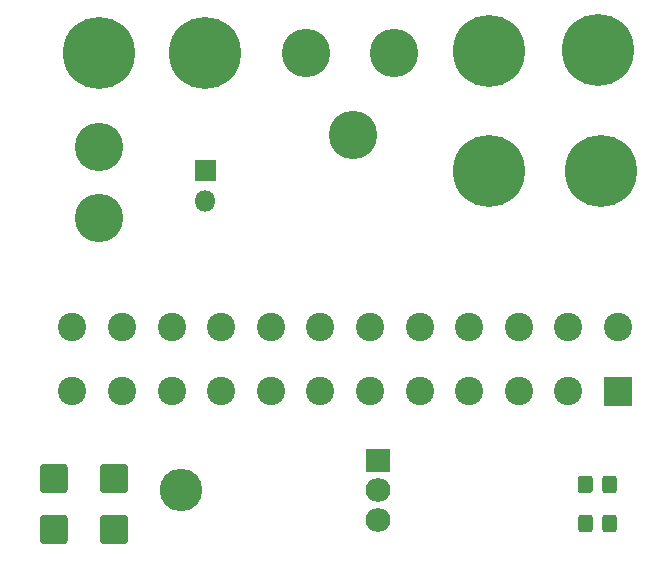
<source format=gbr>
%TF.GenerationSoftware,KiCad,Pcbnew,(5.1.12)-1*%
%TF.CreationDate,2023-10-03T16:06:22+02:00*%
%TF.ProjectId,PICO-AT,5049434f-2d41-4542-9e6b-696361645f70,rev?*%
%TF.SameCoordinates,Original*%
%TF.FileFunction,Soldermask,Bot*%
%TF.FilePolarity,Negative*%
%FSLAX46Y46*%
G04 Gerber Fmt 4.6, Leading zero omitted, Abs format (unit mm)*
G04 Created by KiCad (PCBNEW (5.1.12)-1) date 2023-10-03 16:06:22*
%MOMM*%
%LPD*%
G01*
G04 APERTURE LIST*
%ADD10O,3.600000X3.600000*%
%ADD11O,2.100000X2.005000*%
%ADD12C,2.400000*%
%ADD13O,1.800000X1.800000*%
%ADD14C,4.100000*%
%ADD15C,6.100000*%
G04 APERTURE END LIST*
D10*
%TO.C,U1*%
X134978000Y-116078000D03*
G36*
G01*
X150638000Y-112535500D02*
X152638000Y-112535500D01*
G75*
G02*
X152688000Y-112585500I0J-50000D01*
G01*
X152688000Y-114490500D01*
G75*
G02*
X152638000Y-114540500I-50000J0D01*
G01*
X150638000Y-114540500D01*
G75*
G02*
X150588000Y-114490500I0J50000D01*
G01*
X150588000Y-112585500D01*
G75*
G02*
X150638000Y-112535500I50000J0D01*
G01*
G37*
D11*
X151638000Y-116078000D03*
X151638000Y-118618000D03*
%TD*%
%TO.C,J1*%
G36*
G01*
X173108000Y-108896000D02*
X170808000Y-108896000D01*
G75*
G02*
X170758000Y-108846000I0J50000D01*
G01*
X170758000Y-106546000D01*
G75*
G02*
X170808000Y-106496000I50000J0D01*
G01*
X173108000Y-106496000D01*
G75*
G02*
X173158000Y-106546000I0J-50000D01*
G01*
X173158000Y-108846000D01*
G75*
G02*
X173108000Y-108896000I-50000J0D01*
G01*
G37*
D12*
X167758000Y-107696000D03*
X163558000Y-107696000D03*
X159358000Y-107696000D03*
X155158000Y-107696000D03*
X150958000Y-107696000D03*
X146758000Y-107696000D03*
X142558000Y-107696000D03*
X138358000Y-107696000D03*
X134158000Y-107696000D03*
X129958000Y-107696000D03*
X125758000Y-107696000D03*
X171958000Y-102196000D03*
X167758000Y-102196000D03*
X163558000Y-102196000D03*
X159358000Y-102196000D03*
X155158000Y-102196000D03*
X150958000Y-102196000D03*
X146758000Y-102196000D03*
X142558000Y-102196000D03*
X138358000Y-102196000D03*
X134158000Y-102196000D03*
X129958000Y-102196000D03*
X125758000Y-102196000D03*
%TD*%
D13*
%TO.C,+12V*%
X137000000Y-91540000D03*
G36*
G01*
X137900000Y-88150000D02*
X137900000Y-89850000D01*
G75*
G02*
X137850000Y-89900000I-50000J0D01*
G01*
X136150000Y-89900000D01*
G75*
G02*
X136100000Y-89850000I0J50000D01*
G01*
X136100000Y-88150000D01*
G75*
G02*
X136150000Y-88100000I50000J0D01*
G01*
X137850000Y-88100000D01*
G75*
G02*
X137900000Y-88150000I0J-50000D01*
G01*
G37*
%TD*%
D14*
%TO.C,GND*%
X128000000Y-93000000D03*
X128000000Y-87000000D03*
%TD*%
%TO.C,C1*%
G36*
G01*
X128111000Y-116025890D02*
X128111000Y-114098110D01*
G75*
G02*
X128372110Y-113837000I261110J0D01*
G01*
X130199890Y-113837000D01*
G75*
G02*
X130461000Y-114098110I0J-261110D01*
G01*
X130461000Y-116025890D01*
G75*
G02*
X130199890Y-116287000I-261110J0D01*
G01*
X128372110Y-116287000D01*
G75*
G02*
X128111000Y-116025890I0J261110D01*
G01*
G37*
G36*
G01*
X123011000Y-116025890D02*
X123011000Y-114098110D01*
G75*
G02*
X123272110Y-113837000I261110J0D01*
G01*
X125099890Y-113837000D01*
G75*
G02*
X125361000Y-114098110I0J-261110D01*
G01*
X125361000Y-116025890D01*
G75*
G02*
X125099890Y-116287000I-261110J0D01*
G01*
X123272110Y-116287000D01*
G75*
G02*
X123011000Y-116025890I0J261110D01*
G01*
G37*
%TD*%
%TO.C,C2*%
G36*
G01*
X123011000Y-120343890D02*
X123011000Y-118416110D01*
G75*
G02*
X123272110Y-118155000I261110J0D01*
G01*
X125099890Y-118155000D01*
G75*
G02*
X125361000Y-118416110I0J-261110D01*
G01*
X125361000Y-120343890D01*
G75*
G02*
X125099890Y-120605000I-261110J0D01*
G01*
X123272110Y-120605000D01*
G75*
G02*
X123011000Y-120343890I0J261110D01*
G01*
G37*
G36*
G01*
X128111000Y-120343890D02*
X128111000Y-118416110D01*
G75*
G02*
X128372110Y-118155000I261110J0D01*
G01*
X130199890Y-118155000D01*
G75*
G02*
X130461000Y-118416110I0J-261110D01*
G01*
X130461000Y-120343890D01*
G75*
G02*
X130199890Y-120605000I-261110J0D01*
G01*
X128372110Y-120605000D01*
G75*
G02*
X128111000Y-120343890I0J261110D01*
G01*
G37*
%TD*%
%TO.C,D4*%
G36*
G01*
X169818000Y-118393738D02*
X169818000Y-119350262D01*
G75*
G02*
X169546262Y-119622000I-271738J0D01*
G01*
X168839738Y-119622000D01*
G75*
G02*
X168568000Y-119350262I0J271738D01*
G01*
X168568000Y-118393738D01*
G75*
G02*
X168839738Y-118122000I271738J0D01*
G01*
X169546262Y-118122000D01*
G75*
G02*
X169818000Y-118393738I0J-271738D01*
G01*
G37*
G36*
G01*
X171868000Y-118393738D02*
X171868000Y-119350262D01*
G75*
G02*
X171596262Y-119622000I-271738J0D01*
G01*
X170889738Y-119622000D01*
G75*
G02*
X170618000Y-119350262I0J271738D01*
G01*
X170618000Y-118393738D01*
G75*
G02*
X170889738Y-118122000I271738J0D01*
G01*
X171596262Y-118122000D01*
G75*
G02*
X171868000Y-118393738I0J-271738D01*
G01*
G37*
%TD*%
%TO.C,R4*%
G36*
G01*
X169809000Y-115091738D02*
X169809000Y-116048262D01*
G75*
G02*
X169537262Y-116320000I-271738J0D01*
G01*
X168830738Y-116320000D01*
G75*
G02*
X168559000Y-116048262I0J271738D01*
G01*
X168559000Y-115091738D01*
G75*
G02*
X168830738Y-114820000I271738J0D01*
G01*
X169537262Y-114820000D01*
G75*
G02*
X169809000Y-115091738I0J-271738D01*
G01*
G37*
G36*
G01*
X171859000Y-115091738D02*
X171859000Y-116048262D01*
G75*
G02*
X171587262Y-116320000I-271738J0D01*
G01*
X170880738Y-116320000D01*
G75*
G02*
X170609000Y-116048262I0J271738D01*
G01*
X170609000Y-115091738D01*
G75*
G02*
X170880738Y-114820000I271738J0D01*
G01*
X171587262Y-114820000D01*
G75*
G02*
X171859000Y-115091738I0J-271738D01*
G01*
G37*
%TD*%
D15*
%TO.C,+3.3V*%
X161000000Y-89000000D03*
%TD*%
%TO.C,+5V Red*%
X137000000Y-79000000D03*
%TD*%
%TO.C,+12V Blue*%
X128000000Y-79000000D03*
%TD*%
%TO.C,GND*%
X170300000Y-78800000D03*
%TD*%
%TO.C,GND*%
X161000000Y-78900000D03*
%TD*%
%TO.C,GND*%
X170500000Y-89000000D03*
%TD*%
D14*
%TO.C,-12V*%
X153000000Y-79000000D03*
%TD*%
%TO.C,-5V*%
X145500000Y-79000000D03*
%TD*%
%TO.C,PG*%
X149500000Y-86000000D03*
%TD*%
M02*

</source>
